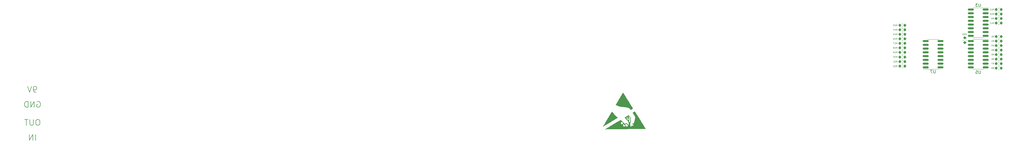
<source format=gbr>
G04 #@! TF.GenerationSoftware,KiCad,Pcbnew,(6.0.6)*
G04 #@! TF.CreationDate,2022-08-14T15:31:57+08:00*
G04 #@! TF.ProjectId,led_scroll,6c65645f-7363-4726-9f6c-6c2e6b696361,rev?*
G04 #@! TF.SameCoordinates,Original*
G04 #@! TF.FileFunction,Legend,Bot*
G04 #@! TF.FilePolarity,Positive*
%FSLAX46Y46*%
G04 Gerber Fmt 4.6, Leading zero omitted, Abs format (unit mm)*
G04 Created by KiCad (PCBNEW (6.0.6)) date 2022-08-14 15:31:57*
%MOMM*%
%LPD*%
G01*
G04 APERTURE LIST*
G04 Aperture macros list*
%AMRoundRect*
0 Rectangle with rounded corners*
0 $1 Rounding radius*
0 $2 $3 $4 $5 $6 $7 $8 $9 X,Y pos of 4 corners*
0 Add a 4 corners polygon primitive as box body*
4,1,4,$2,$3,$4,$5,$6,$7,$8,$9,$2,$3,0*
0 Add four circle primitives for the rounded corners*
1,1,$1+$1,$2,$3*
1,1,$1+$1,$4,$5*
1,1,$1+$1,$6,$7*
1,1,$1+$1,$8,$9*
0 Add four rect primitives between the rounded corners*
20,1,$1+$1,$2,$3,$4,$5,0*
20,1,$1+$1,$4,$5,$6,$7,0*
20,1,$1+$1,$6,$7,$8,$9,0*
20,1,$1+$1,$8,$9,$2,$3,0*%
G04 Aperture macros list end*
%ADD10C,0.150000*%
%ADD11C,0.070000*%
%ADD12C,0.120000*%
%ADD13RoundRect,0.200000X-0.275000X0.200000X-0.275000X-0.200000X0.275000X-0.200000X0.275000X0.200000X0*%
%ADD14RoundRect,0.200000X0.200000X0.275000X-0.200000X0.275000X-0.200000X-0.275000X0.200000X-0.275000X0*%
%ADD15RoundRect,0.200000X-0.200000X-0.275000X0.200000X-0.275000X0.200000X0.275000X-0.200000X0.275000X0*%
%ADD16R,1.500000X1.500000*%
%ADD17C,1.500000*%
%ADD18C,1.560000*%
%ADD19R,1.560000X1.560000*%
%ADD20O,1.700000X1.700000*%
%ADD21R,1.700000X1.700000*%
%ADD22R,2.800000X2.800000*%
%ADD23C,2.800000*%
%ADD24R,2.000000X2.000000*%
%ADD25C,2.000000*%
%ADD26R,3.200000X2.000000*%
%ADD27RoundRect,0.150000X0.825000X0.150000X-0.825000X0.150000X-0.825000X-0.150000X0.825000X-0.150000X0*%
%ADD28RoundRect,0.150000X-0.825000X-0.150000X0.825000X-0.150000X0.825000X0.150000X-0.825000X0.150000X0*%
G04 APERTURE END LIST*
D10*
X67278095Y-217820761D02*
X66897142Y-217820761D01*
X66706666Y-217725523D01*
X66611428Y-217630285D01*
X66420952Y-217344571D01*
X66325714Y-216963619D01*
X66325714Y-216201714D01*
X66420952Y-216011238D01*
X66516190Y-215916000D01*
X66706666Y-215820761D01*
X67087619Y-215820761D01*
X67278095Y-215916000D01*
X67373333Y-216011238D01*
X67468571Y-216201714D01*
X67468571Y-216677904D01*
X67373333Y-216868380D01*
X67278095Y-216963619D01*
X67087619Y-217058857D01*
X66706666Y-217058857D01*
X66516190Y-216963619D01*
X66420952Y-216868380D01*
X66325714Y-216677904D01*
X65754285Y-215820761D02*
X65087619Y-217820761D01*
X64420952Y-215820761D01*
X67087619Y-234076761D02*
X67087619Y-232076761D01*
X66135238Y-234076761D02*
X66135238Y-232076761D01*
X64992380Y-234076761D01*
X64992380Y-232076761D01*
X67563809Y-220996000D02*
X67754285Y-220900761D01*
X68040000Y-220900761D01*
X68325714Y-220996000D01*
X68516190Y-221186476D01*
X68611428Y-221376952D01*
X68706666Y-221757904D01*
X68706666Y-222043619D01*
X68611428Y-222424571D01*
X68516190Y-222615047D01*
X68325714Y-222805523D01*
X68040000Y-222900761D01*
X67849523Y-222900761D01*
X67563809Y-222805523D01*
X67468571Y-222710285D01*
X67468571Y-222043619D01*
X67849523Y-222043619D01*
X66611428Y-222900761D02*
X66611428Y-220900761D01*
X65468571Y-222900761D01*
X65468571Y-220900761D01*
X64516190Y-222900761D02*
X64516190Y-220900761D01*
X64040000Y-220900761D01*
X63754285Y-220996000D01*
X63563809Y-221186476D01*
X63468571Y-221376952D01*
X63373333Y-221757904D01*
X63373333Y-222043619D01*
X63468571Y-222424571D01*
X63563809Y-222615047D01*
X63754285Y-222805523D01*
X64040000Y-222900761D01*
X64516190Y-222900761D01*
X68040000Y-226996761D02*
X67659047Y-226996761D01*
X67468571Y-227092000D01*
X67278095Y-227282476D01*
X67182857Y-227663428D01*
X67182857Y-228330095D01*
X67278095Y-228711047D01*
X67468571Y-228901523D01*
X67659047Y-228996761D01*
X68040000Y-228996761D01*
X68230476Y-228901523D01*
X68420952Y-228711047D01*
X68516190Y-228330095D01*
X68516190Y-227663428D01*
X68420952Y-227282476D01*
X68230476Y-227092000D01*
X68040000Y-226996761D01*
X66325714Y-226996761D02*
X66325714Y-228615809D01*
X66230476Y-228806285D01*
X66135238Y-228901523D01*
X65944761Y-228996761D01*
X65563809Y-228996761D01*
X65373333Y-228901523D01*
X65278095Y-228806285D01*
X65182857Y-228615809D01*
X65182857Y-226996761D01*
X64516190Y-226996761D02*
X63373333Y-226996761D01*
X63944761Y-228996761D02*
X63944761Y-226996761D01*
D11*
X380973428Y-198434190D02*
X381140095Y-198196095D01*
X381259142Y-198434190D02*
X381259142Y-197934190D01*
X381068666Y-197934190D01*
X381021047Y-197958000D01*
X380997238Y-197981809D01*
X380973428Y-198029428D01*
X380973428Y-198100857D01*
X380997238Y-198148476D01*
X381021047Y-198172285D01*
X381068666Y-198196095D01*
X381259142Y-198196095D01*
X380806761Y-197934190D02*
X380497238Y-197934190D01*
X380663904Y-198124666D01*
X380592476Y-198124666D01*
X380544857Y-198148476D01*
X380521047Y-198172285D01*
X380497238Y-198219904D01*
X380497238Y-198338952D01*
X380521047Y-198386571D01*
X380544857Y-198410380D01*
X380592476Y-198434190D01*
X380735333Y-198434190D01*
X380782952Y-198410380D01*
X380806761Y-198386571D01*
X380330571Y-197934190D02*
X380021047Y-197934190D01*
X380187714Y-198124666D01*
X380116285Y-198124666D01*
X380068666Y-198148476D01*
X380044857Y-198172285D01*
X380021047Y-198219904D01*
X380021047Y-198338952D01*
X380044857Y-198386571D01*
X380068666Y-198410380D01*
X380116285Y-198434190D01*
X380259142Y-198434190D01*
X380306761Y-198410380D01*
X380330571Y-198386571D01*
X357605428Y-209229190D02*
X357772095Y-208991095D01*
X357891142Y-209229190D02*
X357891142Y-208729190D01*
X357700666Y-208729190D01*
X357653047Y-208753000D01*
X357629238Y-208776809D01*
X357605428Y-208824428D01*
X357605428Y-208895857D01*
X357629238Y-208943476D01*
X357653047Y-208967285D01*
X357700666Y-208991095D01*
X357891142Y-208991095D01*
X357414952Y-208776809D02*
X357391142Y-208753000D01*
X357343523Y-208729190D01*
X357224476Y-208729190D01*
X357176857Y-208753000D01*
X357153047Y-208776809D01*
X357129238Y-208824428D01*
X357129238Y-208872047D01*
X357153047Y-208943476D01*
X357438761Y-209229190D01*
X357129238Y-209229190D01*
X356938761Y-208776809D02*
X356914952Y-208753000D01*
X356867333Y-208729190D01*
X356748285Y-208729190D01*
X356700666Y-208753000D01*
X356676857Y-208776809D01*
X356653047Y-208824428D01*
X356653047Y-208872047D01*
X356676857Y-208943476D01*
X356962571Y-209229190D01*
X356653047Y-209229190D01*
X357605428Y-207705190D02*
X357772095Y-207467095D01*
X357891142Y-207705190D02*
X357891142Y-207205190D01*
X357700666Y-207205190D01*
X357653047Y-207229000D01*
X357629238Y-207252809D01*
X357605428Y-207300428D01*
X357605428Y-207371857D01*
X357629238Y-207419476D01*
X357653047Y-207443285D01*
X357700666Y-207467095D01*
X357891142Y-207467095D01*
X357414952Y-207252809D02*
X357391142Y-207229000D01*
X357343523Y-207205190D01*
X357224476Y-207205190D01*
X357176857Y-207229000D01*
X357153047Y-207252809D01*
X357129238Y-207300428D01*
X357129238Y-207348047D01*
X357153047Y-207419476D01*
X357438761Y-207705190D01*
X357129238Y-207705190D01*
X356653047Y-207705190D02*
X356938761Y-207705190D01*
X356795904Y-207705190D02*
X356795904Y-207205190D01*
X356843523Y-207276619D01*
X356891142Y-207324238D01*
X356938761Y-207348047D01*
X357605428Y-206054190D02*
X357772095Y-205816095D01*
X357891142Y-206054190D02*
X357891142Y-205554190D01*
X357700666Y-205554190D01*
X357653047Y-205578000D01*
X357629238Y-205601809D01*
X357605428Y-205649428D01*
X357605428Y-205720857D01*
X357629238Y-205768476D01*
X357653047Y-205792285D01*
X357700666Y-205816095D01*
X357891142Y-205816095D01*
X357414952Y-205601809D02*
X357391142Y-205578000D01*
X357343523Y-205554190D01*
X357224476Y-205554190D01*
X357176857Y-205578000D01*
X357153047Y-205601809D01*
X357129238Y-205649428D01*
X357129238Y-205697047D01*
X357153047Y-205768476D01*
X357438761Y-206054190D01*
X357129238Y-206054190D01*
X356819714Y-205554190D02*
X356772095Y-205554190D01*
X356724476Y-205578000D01*
X356700666Y-205601809D01*
X356676857Y-205649428D01*
X356653047Y-205744666D01*
X356653047Y-205863714D01*
X356676857Y-205958952D01*
X356700666Y-206006571D01*
X356724476Y-206030380D01*
X356772095Y-206054190D01*
X356819714Y-206054190D01*
X356867333Y-206030380D01*
X356891142Y-206006571D01*
X356914952Y-205958952D01*
X356938761Y-205863714D01*
X356938761Y-205744666D01*
X356914952Y-205649428D01*
X356891142Y-205601809D01*
X356867333Y-205578000D01*
X356819714Y-205554190D01*
X357605428Y-204530190D02*
X357772095Y-204292095D01*
X357891142Y-204530190D02*
X357891142Y-204030190D01*
X357700666Y-204030190D01*
X357653047Y-204054000D01*
X357629238Y-204077809D01*
X357605428Y-204125428D01*
X357605428Y-204196857D01*
X357629238Y-204244476D01*
X357653047Y-204268285D01*
X357700666Y-204292095D01*
X357891142Y-204292095D01*
X357129238Y-204530190D02*
X357414952Y-204530190D01*
X357272095Y-204530190D02*
X357272095Y-204030190D01*
X357319714Y-204101619D01*
X357367333Y-204149238D01*
X357414952Y-204173047D01*
X356891142Y-204530190D02*
X356795904Y-204530190D01*
X356748285Y-204506380D01*
X356724476Y-204482571D01*
X356676857Y-204411142D01*
X356653047Y-204315904D01*
X356653047Y-204125428D01*
X356676857Y-204077809D01*
X356700666Y-204054000D01*
X356748285Y-204030190D01*
X356843523Y-204030190D01*
X356891142Y-204054000D01*
X356914952Y-204077809D01*
X356938761Y-204125428D01*
X356938761Y-204244476D01*
X356914952Y-204292095D01*
X356891142Y-204315904D01*
X356843523Y-204339714D01*
X356748285Y-204339714D01*
X356700666Y-204315904D01*
X356676857Y-204292095D01*
X356653047Y-204244476D01*
X357605428Y-203006190D02*
X357772095Y-202768095D01*
X357891142Y-203006190D02*
X357891142Y-202506190D01*
X357700666Y-202506190D01*
X357653047Y-202530000D01*
X357629238Y-202553809D01*
X357605428Y-202601428D01*
X357605428Y-202672857D01*
X357629238Y-202720476D01*
X357653047Y-202744285D01*
X357700666Y-202768095D01*
X357891142Y-202768095D01*
X357129238Y-203006190D02*
X357414952Y-203006190D01*
X357272095Y-203006190D02*
X357272095Y-202506190D01*
X357319714Y-202577619D01*
X357367333Y-202625238D01*
X357414952Y-202649047D01*
X356843523Y-202720476D02*
X356891142Y-202696666D01*
X356914952Y-202672857D01*
X356938761Y-202625238D01*
X356938761Y-202601428D01*
X356914952Y-202553809D01*
X356891142Y-202530000D01*
X356843523Y-202506190D01*
X356748285Y-202506190D01*
X356700666Y-202530000D01*
X356676857Y-202553809D01*
X356653047Y-202601428D01*
X356653047Y-202625238D01*
X356676857Y-202672857D01*
X356700666Y-202696666D01*
X356748285Y-202720476D01*
X356843523Y-202720476D01*
X356891142Y-202744285D01*
X356914952Y-202768095D01*
X356938761Y-202815714D01*
X356938761Y-202910952D01*
X356914952Y-202958571D01*
X356891142Y-202982380D01*
X356843523Y-203006190D01*
X356748285Y-203006190D01*
X356700666Y-202982380D01*
X356676857Y-202958571D01*
X356653047Y-202910952D01*
X356653047Y-202815714D01*
X356676857Y-202768095D01*
X356700666Y-202744285D01*
X356748285Y-202720476D01*
X357605428Y-201482190D02*
X357772095Y-201244095D01*
X357891142Y-201482190D02*
X357891142Y-200982190D01*
X357700666Y-200982190D01*
X357653047Y-201006000D01*
X357629238Y-201029809D01*
X357605428Y-201077428D01*
X357605428Y-201148857D01*
X357629238Y-201196476D01*
X357653047Y-201220285D01*
X357700666Y-201244095D01*
X357891142Y-201244095D01*
X357129238Y-201482190D02*
X357414952Y-201482190D01*
X357272095Y-201482190D02*
X357272095Y-200982190D01*
X357319714Y-201053619D01*
X357367333Y-201101238D01*
X357414952Y-201125047D01*
X356962571Y-200982190D02*
X356629238Y-200982190D01*
X356843523Y-201482190D01*
X357605428Y-199958190D02*
X357772095Y-199720095D01*
X357891142Y-199958190D02*
X357891142Y-199458190D01*
X357700666Y-199458190D01*
X357653047Y-199482000D01*
X357629238Y-199505809D01*
X357605428Y-199553428D01*
X357605428Y-199624857D01*
X357629238Y-199672476D01*
X357653047Y-199696285D01*
X357700666Y-199720095D01*
X357891142Y-199720095D01*
X357129238Y-199958190D02*
X357414952Y-199958190D01*
X357272095Y-199958190D02*
X357272095Y-199458190D01*
X357319714Y-199529619D01*
X357367333Y-199577238D01*
X357414952Y-199601047D01*
X356700666Y-199458190D02*
X356795904Y-199458190D01*
X356843523Y-199482000D01*
X356867333Y-199505809D01*
X356914952Y-199577238D01*
X356938761Y-199672476D01*
X356938761Y-199862952D01*
X356914952Y-199910571D01*
X356891142Y-199934380D01*
X356843523Y-199958190D01*
X356748285Y-199958190D01*
X356700666Y-199934380D01*
X356676857Y-199910571D01*
X356653047Y-199862952D01*
X356653047Y-199743904D01*
X356676857Y-199696285D01*
X356700666Y-199672476D01*
X356748285Y-199648666D01*
X356843523Y-199648666D01*
X356891142Y-199672476D01*
X356914952Y-199696285D01*
X356938761Y-199743904D01*
X357605428Y-198434190D02*
X357772095Y-198196095D01*
X357891142Y-198434190D02*
X357891142Y-197934190D01*
X357700666Y-197934190D01*
X357653047Y-197958000D01*
X357629238Y-197981809D01*
X357605428Y-198029428D01*
X357605428Y-198100857D01*
X357629238Y-198148476D01*
X357653047Y-198172285D01*
X357700666Y-198196095D01*
X357891142Y-198196095D01*
X357129238Y-198434190D02*
X357414952Y-198434190D01*
X357272095Y-198434190D02*
X357272095Y-197934190D01*
X357319714Y-198005619D01*
X357367333Y-198053238D01*
X357414952Y-198077047D01*
X356676857Y-197934190D02*
X356914952Y-197934190D01*
X356938761Y-198172285D01*
X356914952Y-198148476D01*
X356867333Y-198124666D01*
X356748285Y-198124666D01*
X356700666Y-198148476D01*
X356676857Y-198172285D01*
X356653047Y-198219904D01*
X356653047Y-198338952D01*
X356676857Y-198386571D01*
X356700666Y-198410380D01*
X356748285Y-198434190D01*
X356867333Y-198434190D01*
X356914952Y-198410380D01*
X356938761Y-198386571D01*
X357605428Y-196910190D02*
X357772095Y-196672095D01*
X357891142Y-196910190D02*
X357891142Y-196410190D01*
X357700666Y-196410190D01*
X357653047Y-196434000D01*
X357629238Y-196457809D01*
X357605428Y-196505428D01*
X357605428Y-196576857D01*
X357629238Y-196624476D01*
X357653047Y-196648285D01*
X357700666Y-196672095D01*
X357891142Y-196672095D01*
X357129238Y-196910190D02*
X357414952Y-196910190D01*
X357272095Y-196910190D02*
X357272095Y-196410190D01*
X357319714Y-196481619D01*
X357367333Y-196529238D01*
X357414952Y-196553047D01*
X356700666Y-196576857D02*
X356700666Y-196910190D01*
X356819714Y-196386380D02*
X356938761Y-196743523D01*
X356629238Y-196743523D01*
X357605428Y-195386190D02*
X357772095Y-195148095D01*
X357891142Y-195386190D02*
X357891142Y-194886190D01*
X357700666Y-194886190D01*
X357653047Y-194910000D01*
X357629238Y-194933809D01*
X357605428Y-194981428D01*
X357605428Y-195052857D01*
X357629238Y-195100476D01*
X357653047Y-195124285D01*
X357700666Y-195148095D01*
X357891142Y-195148095D01*
X357129238Y-195386190D02*
X357414952Y-195386190D01*
X357272095Y-195386190D02*
X357272095Y-194886190D01*
X357319714Y-194957619D01*
X357367333Y-195005238D01*
X357414952Y-195029047D01*
X356962571Y-194886190D02*
X356653047Y-194886190D01*
X356819714Y-195076666D01*
X356748285Y-195076666D01*
X356700666Y-195100476D01*
X356676857Y-195124285D01*
X356653047Y-195171904D01*
X356653047Y-195290952D01*
X356676857Y-195338571D01*
X356700666Y-195362380D01*
X356748285Y-195386190D01*
X356891142Y-195386190D01*
X356938761Y-195362380D01*
X356962571Y-195338571D01*
X390244428Y-194624190D02*
X390411095Y-194386095D01*
X390530142Y-194624190D02*
X390530142Y-194124190D01*
X390339666Y-194124190D01*
X390292047Y-194148000D01*
X390268238Y-194171809D01*
X390244428Y-194219428D01*
X390244428Y-194290857D01*
X390268238Y-194338476D01*
X390292047Y-194362285D01*
X390339666Y-194386095D01*
X390530142Y-194386095D01*
X389768238Y-194624190D02*
X390053952Y-194624190D01*
X389911095Y-194624190D02*
X389911095Y-194124190D01*
X389958714Y-194195619D01*
X390006333Y-194243238D01*
X390053952Y-194267047D01*
X389577761Y-194171809D02*
X389553952Y-194148000D01*
X389506333Y-194124190D01*
X389387285Y-194124190D01*
X389339666Y-194148000D01*
X389315857Y-194171809D01*
X389292047Y-194219428D01*
X389292047Y-194267047D01*
X389315857Y-194338476D01*
X389601571Y-194624190D01*
X389292047Y-194624190D01*
X390244428Y-190052190D02*
X390411095Y-189814095D01*
X390530142Y-190052190D02*
X390530142Y-189552190D01*
X390339666Y-189552190D01*
X390292047Y-189576000D01*
X390268238Y-189599809D01*
X390244428Y-189647428D01*
X390244428Y-189718857D01*
X390268238Y-189766476D01*
X390292047Y-189790285D01*
X390339666Y-189814095D01*
X390530142Y-189814095D01*
X389768238Y-190052190D02*
X390053952Y-190052190D01*
X389911095Y-190052190D02*
X389911095Y-189552190D01*
X389958714Y-189623619D01*
X390006333Y-189671238D01*
X390053952Y-189695047D01*
X389292047Y-190052190D02*
X389577761Y-190052190D01*
X389434904Y-190052190D02*
X389434904Y-189552190D01*
X389482523Y-189623619D01*
X389530142Y-189671238D01*
X389577761Y-189695047D01*
X390244428Y-191576190D02*
X390411095Y-191338095D01*
X390530142Y-191576190D02*
X390530142Y-191076190D01*
X390339666Y-191076190D01*
X390292047Y-191100000D01*
X390268238Y-191123809D01*
X390244428Y-191171428D01*
X390244428Y-191242857D01*
X390268238Y-191290476D01*
X390292047Y-191314285D01*
X390339666Y-191338095D01*
X390530142Y-191338095D01*
X389768238Y-191576190D02*
X390053952Y-191576190D01*
X389911095Y-191576190D02*
X389911095Y-191076190D01*
X389958714Y-191147619D01*
X390006333Y-191195238D01*
X390053952Y-191219047D01*
X389458714Y-191076190D02*
X389411095Y-191076190D01*
X389363476Y-191100000D01*
X389339666Y-191123809D01*
X389315857Y-191171428D01*
X389292047Y-191266666D01*
X389292047Y-191385714D01*
X389315857Y-191480952D01*
X389339666Y-191528571D01*
X389363476Y-191552380D01*
X389411095Y-191576190D01*
X389458714Y-191576190D01*
X389506333Y-191552380D01*
X389530142Y-191528571D01*
X389553952Y-191480952D01*
X389577761Y-191385714D01*
X389577761Y-191266666D01*
X389553952Y-191171428D01*
X389530142Y-191123809D01*
X389506333Y-191100000D01*
X389458714Y-191076190D01*
X390260333Y-193100190D02*
X390427000Y-192862095D01*
X390546047Y-193100190D02*
X390546047Y-192600190D01*
X390355571Y-192600190D01*
X390307952Y-192624000D01*
X390284142Y-192647809D01*
X390260333Y-192695428D01*
X390260333Y-192766857D01*
X390284142Y-192814476D01*
X390307952Y-192838285D01*
X390355571Y-192862095D01*
X390546047Y-192862095D01*
X390022238Y-193100190D02*
X389927000Y-193100190D01*
X389879380Y-193076380D01*
X389855571Y-193052571D01*
X389807952Y-192981142D01*
X389784142Y-192885904D01*
X389784142Y-192695428D01*
X389807952Y-192647809D01*
X389831761Y-192624000D01*
X389879380Y-192600190D01*
X389974619Y-192600190D01*
X390022238Y-192624000D01*
X390046047Y-192647809D01*
X390069857Y-192695428D01*
X390069857Y-192814476D01*
X390046047Y-192862095D01*
X390022238Y-192885904D01*
X389974619Y-192909714D01*
X389879380Y-192909714D01*
X389831761Y-192885904D01*
X389807952Y-192862095D01*
X389784142Y-192814476D01*
X390260333Y-209864190D02*
X390427000Y-209626095D01*
X390546047Y-209864190D02*
X390546047Y-209364190D01*
X390355571Y-209364190D01*
X390307952Y-209388000D01*
X390284142Y-209411809D01*
X390260333Y-209459428D01*
X390260333Y-209530857D01*
X390284142Y-209578476D01*
X390307952Y-209602285D01*
X390355571Y-209626095D01*
X390546047Y-209626095D01*
X389974619Y-209578476D02*
X390022238Y-209554666D01*
X390046047Y-209530857D01*
X390069857Y-209483238D01*
X390069857Y-209459428D01*
X390046047Y-209411809D01*
X390022238Y-209388000D01*
X389974619Y-209364190D01*
X389879380Y-209364190D01*
X389831761Y-209388000D01*
X389807952Y-209411809D01*
X389784142Y-209459428D01*
X389784142Y-209483238D01*
X389807952Y-209530857D01*
X389831761Y-209554666D01*
X389879380Y-209578476D01*
X389974619Y-209578476D01*
X390022238Y-209602285D01*
X390046047Y-209626095D01*
X390069857Y-209673714D01*
X390069857Y-209768952D01*
X390046047Y-209816571D01*
X390022238Y-209840380D01*
X389974619Y-209864190D01*
X389879380Y-209864190D01*
X389831761Y-209840380D01*
X389807952Y-209816571D01*
X389784142Y-209768952D01*
X389784142Y-209673714D01*
X389807952Y-209626095D01*
X389831761Y-209602285D01*
X389879380Y-209578476D01*
X390260333Y-208340190D02*
X390427000Y-208102095D01*
X390546047Y-208340190D02*
X390546047Y-207840190D01*
X390355571Y-207840190D01*
X390307952Y-207864000D01*
X390284142Y-207887809D01*
X390260333Y-207935428D01*
X390260333Y-208006857D01*
X390284142Y-208054476D01*
X390307952Y-208078285D01*
X390355571Y-208102095D01*
X390546047Y-208102095D01*
X390093666Y-207840190D02*
X389760333Y-207840190D01*
X389974619Y-208340190D01*
X390260333Y-206816190D02*
X390427000Y-206578095D01*
X390546047Y-206816190D02*
X390546047Y-206316190D01*
X390355571Y-206316190D01*
X390307952Y-206340000D01*
X390284142Y-206363809D01*
X390260333Y-206411428D01*
X390260333Y-206482857D01*
X390284142Y-206530476D01*
X390307952Y-206554285D01*
X390355571Y-206578095D01*
X390546047Y-206578095D01*
X389831761Y-206316190D02*
X389927000Y-206316190D01*
X389974619Y-206340000D01*
X389998428Y-206363809D01*
X390046047Y-206435238D01*
X390069857Y-206530476D01*
X390069857Y-206720952D01*
X390046047Y-206768571D01*
X390022238Y-206792380D01*
X389974619Y-206816190D01*
X389879380Y-206816190D01*
X389831761Y-206792380D01*
X389807952Y-206768571D01*
X389784142Y-206720952D01*
X389784142Y-206601904D01*
X389807952Y-206554285D01*
X389831761Y-206530476D01*
X389879380Y-206506666D01*
X389974619Y-206506666D01*
X390022238Y-206530476D01*
X390046047Y-206554285D01*
X390069857Y-206601904D01*
X390260333Y-205292190D02*
X390427000Y-205054095D01*
X390546047Y-205292190D02*
X390546047Y-204792190D01*
X390355571Y-204792190D01*
X390307952Y-204816000D01*
X390284142Y-204839809D01*
X390260333Y-204887428D01*
X390260333Y-204958857D01*
X390284142Y-205006476D01*
X390307952Y-205030285D01*
X390355571Y-205054095D01*
X390546047Y-205054095D01*
X389807952Y-204792190D02*
X390046047Y-204792190D01*
X390069857Y-205030285D01*
X390046047Y-205006476D01*
X389998428Y-204982666D01*
X389879380Y-204982666D01*
X389831761Y-205006476D01*
X389807952Y-205030285D01*
X389784142Y-205077904D01*
X389784142Y-205196952D01*
X389807952Y-205244571D01*
X389831761Y-205268380D01*
X389879380Y-205292190D01*
X389998428Y-205292190D01*
X390046047Y-205268380D01*
X390069857Y-205244571D01*
X390260333Y-203768190D02*
X390427000Y-203530095D01*
X390546047Y-203768190D02*
X390546047Y-203268190D01*
X390355571Y-203268190D01*
X390307952Y-203292000D01*
X390284142Y-203315809D01*
X390260333Y-203363428D01*
X390260333Y-203434857D01*
X390284142Y-203482476D01*
X390307952Y-203506285D01*
X390355571Y-203530095D01*
X390546047Y-203530095D01*
X389831761Y-203434857D02*
X389831761Y-203768190D01*
X389950809Y-203244380D02*
X390069857Y-203601523D01*
X389760333Y-203601523D01*
X390260333Y-202244190D02*
X390427000Y-202006095D01*
X390546047Y-202244190D02*
X390546047Y-201744190D01*
X390355571Y-201744190D01*
X390307952Y-201768000D01*
X390284142Y-201791809D01*
X390260333Y-201839428D01*
X390260333Y-201910857D01*
X390284142Y-201958476D01*
X390307952Y-201982285D01*
X390355571Y-202006095D01*
X390546047Y-202006095D01*
X390093666Y-201744190D02*
X389784142Y-201744190D01*
X389950809Y-201934666D01*
X389879380Y-201934666D01*
X389831761Y-201958476D01*
X389807952Y-201982285D01*
X389784142Y-202029904D01*
X389784142Y-202148952D01*
X389807952Y-202196571D01*
X389831761Y-202220380D01*
X389879380Y-202244190D01*
X390022238Y-202244190D01*
X390069857Y-202220380D01*
X390093666Y-202196571D01*
X390260333Y-200720190D02*
X390427000Y-200482095D01*
X390546047Y-200720190D02*
X390546047Y-200220190D01*
X390355571Y-200220190D01*
X390307952Y-200244000D01*
X390284142Y-200267809D01*
X390260333Y-200315428D01*
X390260333Y-200386857D01*
X390284142Y-200434476D01*
X390307952Y-200458285D01*
X390355571Y-200482095D01*
X390546047Y-200482095D01*
X390069857Y-200267809D02*
X390046047Y-200244000D01*
X389998428Y-200220190D01*
X389879380Y-200220190D01*
X389831761Y-200244000D01*
X389807952Y-200267809D01*
X389784142Y-200315428D01*
X389784142Y-200363047D01*
X389807952Y-200434476D01*
X390093666Y-200720190D01*
X389784142Y-200720190D01*
X390260333Y-199196190D02*
X390427000Y-198958095D01*
X390546047Y-199196190D02*
X390546047Y-198696190D01*
X390355571Y-198696190D01*
X390307952Y-198720000D01*
X390284142Y-198743809D01*
X390260333Y-198791428D01*
X390260333Y-198862857D01*
X390284142Y-198910476D01*
X390307952Y-198934285D01*
X390355571Y-198958095D01*
X390546047Y-198958095D01*
X389784142Y-199196190D02*
X390069857Y-199196190D01*
X389927000Y-199196190D02*
X389927000Y-198696190D01*
X389974619Y-198767619D01*
X390022238Y-198815238D01*
X390069857Y-198839047D01*
D10*
X386079904Y-210526380D02*
X386079904Y-211335904D01*
X386032285Y-211431142D01*
X385984666Y-211478761D01*
X385889428Y-211526380D01*
X385698952Y-211526380D01*
X385603714Y-211478761D01*
X385556095Y-211431142D01*
X385508476Y-211335904D01*
X385508476Y-210526380D01*
X384556095Y-210526380D02*
X385032285Y-210526380D01*
X385079904Y-211002571D01*
X385032285Y-210954952D01*
X384937047Y-210907333D01*
X384698952Y-210907333D01*
X384603714Y-210954952D01*
X384556095Y-211002571D01*
X384508476Y-211097809D01*
X384508476Y-211335904D01*
X384556095Y-211431142D01*
X384603714Y-211478761D01*
X384698952Y-211526380D01*
X384937047Y-211526380D01*
X385032285Y-211478761D01*
X385079904Y-211431142D01*
X370839904Y-210330380D02*
X370839904Y-211139904D01*
X370792285Y-211235142D01*
X370744666Y-211282761D01*
X370649428Y-211330380D01*
X370458952Y-211330380D01*
X370363714Y-211282761D01*
X370316095Y-211235142D01*
X370268476Y-211139904D01*
X370268476Y-210330380D01*
X369887523Y-210330380D02*
X369220857Y-210330380D01*
X369649428Y-211330380D01*
X386079904Y-187862380D02*
X386079904Y-188671904D01*
X386032285Y-188767142D01*
X385984666Y-188814761D01*
X385889428Y-188862380D01*
X385698952Y-188862380D01*
X385603714Y-188814761D01*
X385556095Y-188767142D01*
X385508476Y-188671904D01*
X385508476Y-187862380D01*
X385127523Y-187862380D02*
X384508476Y-187862380D01*
X384841809Y-188243333D01*
X384698952Y-188243333D01*
X384603714Y-188290952D01*
X384556095Y-188338571D01*
X384508476Y-188433809D01*
X384508476Y-188671904D01*
X384556095Y-188767142D01*
X384603714Y-188814761D01*
X384698952Y-188862380D01*
X384984666Y-188862380D01*
X385079904Y-188814761D01*
X385127523Y-188767142D01*
D12*
X380223500Y-199975742D02*
X380223500Y-200450258D01*
X381268500Y-199975742D02*
X381268500Y-200450258D01*
X359934258Y-209486500D02*
X359459742Y-209486500D01*
X359934258Y-208441500D02*
X359459742Y-208441500D01*
X359934258Y-207952716D02*
X359459742Y-207952716D01*
X359934258Y-206907716D02*
X359459742Y-206907716D01*
X359934258Y-206418939D02*
X359459742Y-206418939D01*
X359934258Y-205373939D02*
X359459742Y-205373939D01*
X359934258Y-204885162D02*
X359459742Y-204885162D01*
X359934258Y-203840162D02*
X359459742Y-203840162D01*
X359934258Y-203351385D02*
X359459742Y-203351385D01*
X359934258Y-202306385D02*
X359459742Y-202306385D01*
X359934258Y-201817608D02*
X359459742Y-201817608D01*
X359934258Y-200772608D02*
X359459742Y-200772608D01*
X359934258Y-200283831D02*
X359459742Y-200283831D01*
X359934258Y-199238831D02*
X359459742Y-199238831D01*
X359934258Y-198750054D02*
X359459742Y-198750054D01*
X359934258Y-197705054D02*
X359459742Y-197705054D01*
X359934258Y-197216277D02*
X359459742Y-197216277D01*
X359934258Y-196171277D02*
X359459742Y-196171277D01*
X359934258Y-195682500D02*
X359459742Y-195682500D01*
X359934258Y-194637500D02*
X359459742Y-194637500D01*
X392446258Y-194920500D02*
X391971742Y-194920500D01*
X392446258Y-193875500D02*
X391971742Y-193875500D01*
X392446258Y-190348500D02*
X391971742Y-190348500D01*
X392446258Y-189303500D02*
X391971742Y-189303500D01*
X392446258Y-191872500D02*
X391971742Y-191872500D01*
X392446258Y-190827500D02*
X391971742Y-190827500D01*
X392446258Y-193396500D02*
X391971742Y-193396500D01*
X392446258Y-192351500D02*
X391971742Y-192351500D01*
X391971742Y-209115500D02*
X392446258Y-209115500D01*
X391971742Y-210160500D02*
X392446258Y-210160500D01*
X391971742Y-207591500D02*
X392446258Y-207591500D01*
X391971742Y-208636500D02*
X392446258Y-208636500D01*
X391971742Y-206067500D02*
X392446258Y-206067500D01*
X391971742Y-207112500D02*
X392446258Y-207112500D01*
X391971742Y-204543500D02*
X392446258Y-204543500D01*
X391971742Y-205588500D02*
X392446258Y-205588500D01*
X391971742Y-203019500D02*
X392446258Y-203019500D01*
X391971742Y-204064500D02*
X392446258Y-204064500D01*
X391971742Y-201495500D02*
X392446258Y-201495500D01*
X391971742Y-202540500D02*
X392446258Y-202540500D01*
X391971742Y-199971500D02*
X392446258Y-199971500D01*
X391971742Y-201016500D02*
X392446258Y-201016500D01*
X391971742Y-198447500D02*
X392446258Y-198447500D01*
X391971742Y-199492500D02*
X392446258Y-199492500D01*
G36*
X269178974Y-223947619D02*
G01*
X269198917Y-223967834D01*
X269202860Y-223975328D01*
X269201416Y-223989000D01*
X269197694Y-223988048D01*
X269177750Y-223967834D01*
X269173808Y-223960339D01*
X269175252Y-223946667D01*
X269178974Y-223947619D01*
G37*
G36*
X262669000Y-222581417D02*
G01*
X262658417Y-222592000D01*
X262647834Y-222581417D01*
X262658417Y-222570834D01*
X262669000Y-222581417D01*
G37*
G36*
X261644438Y-224324396D02*
G01*
X261637904Y-224333799D01*
X261620001Y-224348834D01*
X261617042Y-224348627D01*
X261612381Y-224336375D01*
X261635104Y-224315062D01*
X261646933Y-224309912D01*
X261644438Y-224324396D01*
G37*
G36*
X262838334Y-222285084D02*
G01*
X262827750Y-222295667D01*
X262817167Y-222285084D01*
X262827750Y-222274500D01*
X262838334Y-222285084D01*
G37*
G36*
X265424428Y-217893296D02*
G01*
X265426679Y-217899303D01*
X265429811Y-217904986D01*
X265452306Y-217942463D01*
X265495277Y-218012765D01*
X265557417Y-218113786D01*
X265637422Y-218243423D01*
X265733987Y-218399569D01*
X265845808Y-218580119D01*
X265971578Y-218782969D01*
X266109994Y-219006013D01*
X266259750Y-219247145D01*
X266419542Y-219504262D01*
X266588063Y-219775257D01*
X266764011Y-220058025D01*
X266946079Y-220350462D01*
X267021812Y-220472071D01*
X267203217Y-220763385D01*
X267378813Y-221045398D01*
X267547218Y-221315889D01*
X267707053Y-221572640D01*
X267856936Y-221813432D01*
X267995486Y-222036046D01*
X268121321Y-222238261D01*
X268233061Y-222417859D01*
X268329324Y-222572621D01*
X268408730Y-222700326D01*
X268469898Y-222798757D01*
X268511446Y-222865694D01*
X268531993Y-222898917D01*
X268548001Y-222924949D01*
X268601422Y-223011331D01*
X268663071Y-223110520D01*
X268722589Y-223205834D01*
X268756655Y-223261554D01*
X268789514Y-223319321D01*
X268805711Y-223353591D01*
X268802098Y-223358328D01*
X268794564Y-223353765D01*
X268774369Y-223351914D01*
X268742477Y-223361026D01*
X268694084Y-223383449D01*
X268624383Y-223421536D01*
X268528569Y-223477635D01*
X268401837Y-223554098D01*
X268376590Y-223569429D01*
X268267081Y-223635469D01*
X268171181Y-223692574D01*
X268094511Y-223737448D01*
X268042692Y-223766794D01*
X268021344Y-223777312D01*
X268010244Y-223767908D01*
X267978281Y-223730428D01*
X267931868Y-223670991D01*
X267876725Y-223596737D01*
X267854830Y-223567283D01*
X267741508Y-223432648D01*
X267620668Y-223314686D01*
X267500493Y-223220759D01*
X267389167Y-223158226D01*
X267367385Y-223148900D01*
X267284340Y-223112803D01*
X267209250Y-223079503D01*
X267160454Y-223060973D01*
X267050339Y-223030578D01*
X266902294Y-222999206D01*
X266718998Y-222967222D01*
X266503133Y-222934991D01*
X266257379Y-222902876D01*
X265984417Y-222871243D01*
X265686926Y-222840456D01*
X265367589Y-222810880D01*
X265029084Y-222782880D01*
X264917995Y-222773769D01*
X264751720Y-222757418D01*
X264604595Y-222737944D01*
X264469540Y-222713277D01*
X264339477Y-222681346D01*
X264207330Y-222640080D01*
X264066019Y-222587407D01*
X263908466Y-222521257D01*
X263727595Y-222439559D01*
X263516326Y-222340241D01*
X262947331Y-222069658D01*
X263424733Y-221256621D01*
X263449038Y-221215227D01*
X263559209Y-221027572D01*
X263685552Y-220812338D01*
X263823864Y-220576689D01*
X263969941Y-220327788D01*
X264119580Y-220072797D01*
X264268576Y-219818880D01*
X264412726Y-219573198D01*
X264547826Y-219342917D01*
X264699738Y-219083960D01*
X264836716Y-218850511D01*
X264955006Y-218649055D01*
X265056002Y-218477304D01*
X265141099Y-218332965D01*
X265211691Y-218213748D01*
X265269174Y-218117363D01*
X265314941Y-218041517D01*
X265350387Y-217983921D01*
X265376907Y-217942284D01*
X265395895Y-217914314D01*
X265408747Y-217897722D01*
X265416857Y-217890215D01*
X265421619Y-217889503D01*
X265424428Y-217893296D01*
G37*
G36*
X262118667Y-223512750D02*
G01*
X262108084Y-223523334D01*
X262097500Y-223512750D01*
X262108084Y-223502167D01*
X262118667Y-223512750D01*
G37*
G36*
X269115474Y-223841786D02*
G01*
X269135417Y-223862000D01*
X269139360Y-223869494D01*
X269137916Y-223883167D01*
X269134194Y-223882214D01*
X269114250Y-223862000D01*
X269110308Y-223854506D01*
X269111752Y-223840834D01*
X269115474Y-223841786D01*
G37*
G36*
X267950331Y-229314586D02*
G01*
X267986224Y-229387564D01*
X268019499Y-229429271D01*
X268055136Y-229445323D01*
X268098120Y-229441341D01*
X268112996Y-229434636D01*
X268133346Y-229416294D01*
X268158582Y-229383050D01*
X268190952Y-229331032D01*
X268232702Y-229256367D01*
X268286079Y-229155182D01*
X268353332Y-229023602D01*
X268387852Y-228954936D01*
X268496498Y-228954936D01*
X268501598Y-229040987D01*
X268511874Y-229107576D01*
X268528622Y-229171361D01*
X268546843Y-229207652D01*
X268556506Y-229216863D01*
X268581193Y-229231574D01*
X268616193Y-229233054D01*
X268676970Y-229223143D01*
X268696940Y-229213942D01*
X268737366Y-229168925D01*
X268778117Y-229095402D01*
X268816206Y-229002271D01*
X268848644Y-228898435D01*
X268872446Y-228792793D01*
X268884624Y-228694245D01*
X268882190Y-228611692D01*
X268871934Y-228558005D01*
X268846431Y-228491831D01*
X268811146Y-228465499D01*
X268765107Y-228479066D01*
X268707348Y-228532588D01*
X268636899Y-228626122D01*
X268572701Y-228725077D01*
X268528371Y-228808261D01*
X268504196Y-228881120D01*
X268496498Y-228954936D01*
X268387852Y-228954936D01*
X268436706Y-228857756D01*
X268721956Y-228287557D01*
X268894835Y-228281404D01*
X269067713Y-228275250D01*
X269117803Y-228095334D01*
X269183744Y-227854050D01*
X269260800Y-227558758D01*
X269327990Y-227285135D01*
X269384657Y-227036238D01*
X269430143Y-226815126D01*
X269463791Y-226624858D01*
X269484945Y-226468491D01*
X269492948Y-226349084D01*
X269493111Y-226260023D01*
X269488476Y-226191833D01*
X269475186Y-226134375D01*
X269449455Y-226071637D01*
X269407498Y-225987607D01*
X269397918Y-225969116D01*
X269323883Y-225833837D01*
X269227334Y-225667873D01*
X269110184Y-225474392D01*
X268974348Y-225256565D01*
X268821739Y-225017560D01*
X268771350Y-224939232D01*
X268716051Y-224851626D01*
X268679658Y-224790057D01*
X268659611Y-224748987D01*
X268653351Y-224722873D01*
X268658317Y-224706178D01*
X268671951Y-224693360D01*
X268693629Y-224678809D01*
X268748323Y-224644174D01*
X268827103Y-224595357D01*
X268923136Y-224536588D01*
X269029584Y-224472097D01*
X269117067Y-224418921D01*
X269210597Y-224360995D01*
X269286078Y-224313037D01*
X269337399Y-224278939D01*
X269358450Y-224262594D01*
X269360149Y-224262666D01*
X269379431Y-224284600D01*
X269417192Y-224337132D01*
X269470574Y-224415982D01*
X269536716Y-224516869D01*
X269612758Y-224635512D01*
X269695842Y-224767630D01*
X269696238Y-224768267D01*
X269766779Y-224881468D01*
X269856599Y-225025631D01*
X269962620Y-225195815D01*
X270081763Y-225387079D01*
X270210953Y-225594483D01*
X270347110Y-225813084D01*
X270487157Y-226037943D01*
X270628016Y-226264117D01*
X270766610Y-226486667D01*
X270853718Y-226626545D01*
X271017950Y-226890271D01*
X271196566Y-227177093D01*
X271384513Y-227478899D01*
X271576740Y-227787578D01*
X271768197Y-228095020D01*
X271953833Y-228393113D01*
X272128596Y-228673747D01*
X272141361Y-228694245D01*
X272287436Y-228928810D01*
X272375489Y-229070327D01*
X272500450Y-229271598D01*
X272617240Y-229460223D01*
X272724076Y-229633295D01*
X272819176Y-229787906D01*
X272900757Y-229921150D01*
X272967037Y-230030120D01*
X273016231Y-230111910D01*
X273046559Y-230163612D01*
X273056236Y-230182320D01*
X273056228Y-230182329D01*
X273044557Y-230184481D01*
X273013088Y-230186720D01*
X272960567Y-230189064D01*
X272885743Y-230191534D01*
X272787365Y-230194149D01*
X272664180Y-230196927D01*
X272514936Y-230199888D01*
X272338383Y-230203051D01*
X272133268Y-230206437D01*
X271898339Y-230210063D01*
X271632346Y-230213950D01*
X271334035Y-230218117D01*
X271002155Y-230222583D01*
X270635455Y-230227367D01*
X270232682Y-230232489D01*
X269792586Y-230237968D01*
X269313913Y-230243823D01*
X268795413Y-230250074D01*
X268235834Y-230256740D01*
X268088531Y-230258489D01*
X267658080Y-230263638D01*
X267218615Y-230268947D01*
X266774086Y-230274365D01*
X266328442Y-230279844D01*
X265885632Y-230285332D01*
X265449607Y-230290781D01*
X265024315Y-230296141D01*
X264613706Y-230301361D01*
X264221731Y-230306391D01*
X263852338Y-230311182D01*
X263509477Y-230315683D01*
X263197098Y-230319846D01*
X262919151Y-230323619D01*
X262679584Y-230326953D01*
X262518616Y-230329204D01*
X262215036Y-230333315D01*
X261911031Y-230337269D01*
X261611351Y-230341014D01*
X261320749Y-230344494D01*
X261043972Y-230347657D01*
X260785773Y-230350449D01*
X260550901Y-230352815D01*
X260344106Y-230354704D01*
X260170139Y-230356060D01*
X260033750Y-230356831D01*
X259292917Y-230359766D01*
X259388167Y-230302967D01*
X259405853Y-230292341D01*
X259459978Y-230259704D01*
X259546623Y-230207398D01*
X259663640Y-230136721D01*
X259808882Y-230048971D01*
X259980202Y-229945446D01*
X260175452Y-229827444D01*
X260392486Y-229696262D01*
X260629156Y-229553199D01*
X260883314Y-229399552D01*
X261152813Y-229236619D01*
X261435506Y-229065698D01*
X261644548Y-228939300D01*
X265463000Y-228939300D01*
X265463005Y-228959804D01*
X265463553Y-229071076D01*
X265465952Y-229150106D01*
X265471533Y-229205643D01*
X265481623Y-229246433D01*
X265497551Y-229281224D01*
X265520647Y-229318763D01*
X265578293Y-229407667D01*
X265727022Y-229407202D01*
X265782696Y-229405601D01*
X265909902Y-229387189D01*
X266001984Y-229348649D01*
X266057957Y-229290526D01*
X266076834Y-229213367D01*
X266072903Y-229190637D01*
X266049562Y-229129117D01*
X266009723Y-229047246D01*
X265958583Y-228953933D01*
X265901337Y-228858085D01*
X265843182Y-228768609D01*
X265826729Y-228745947D01*
X266164274Y-228745947D01*
X266164819Y-228848906D01*
X266186676Y-228962890D01*
X266228778Y-229081092D01*
X266290055Y-229196708D01*
X266302505Y-229213367D01*
X266369439Y-229302928D01*
X266386892Y-229322185D01*
X266438098Y-229369111D01*
X266490878Y-229394631D01*
X266564729Y-229409374D01*
X266619395Y-229415911D01*
X266710325Y-229422974D01*
X266801813Y-229426527D01*
X266883186Y-229426429D01*
X266943770Y-229422541D01*
X266972889Y-229414722D01*
X266976461Y-229404537D01*
X266981881Y-229358988D01*
X266985612Y-229286822D01*
X266987000Y-229198068D01*
X266986733Y-229146530D01*
X266983472Y-229060661D01*
X266974501Y-228997035D01*
X266957336Y-228941988D01*
X266929490Y-228881857D01*
X266892453Y-228813836D01*
X266804171Y-228689721D01*
X266708539Y-228605732D01*
X266604256Y-228560582D01*
X266493897Y-228544670D01*
X266366158Y-228551240D01*
X266256622Y-228584414D01*
X266231398Y-228600333D01*
X266186111Y-228660821D01*
X266164274Y-228745947D01*
X265826729Y-228745947D01*
X265789315Y-228694413D01*
X265744930Y-228644405D01*
X265684397Y-228594203D01*
X265627139Y-228566449D01*
X265575228Y-228570581D01*
X265518772Y-228604870D01*
X265509605Y-228612156D01*
X265490082Y-228630546D01*
X265476951Y-228653251D01*
X265468946Y-228687875D01*
X265464797Y-228742023D01*
X265463238Y-228823296D01*
X265463000Y-228939300D01*
X261644548Y-228939300D01*
X261729246Y-228888087D01*
X262031885Y-228705084D01*
X262265072Y-228564130D01*
X262558815Y-228386738D01*
X262841163Y-228216409D01*
X262845858Y-228213580D01*
X264737989Y-228213580D01*
X264739742Y-228344353D01*
X264740260Y-228364635D01*
X264744464Y-228440054D01*
X264754841Y-228490188D01*
X264775895Y-228529133D01*
X264812125Y-228570984D01*
X264872000Y-228621657D01*
X264955000Y-228653541D01*
X264984362Y-228655937D01*
X265066746Y-228652560D01*
X265147048Y-228638325D01*
X265205285Y-228616213D01*
X265210586Y-228612492D01*
X265247902Y-228570922D01*
X265290125Y-228505431D01*
X265329263Y-228429636D01*
X265357326Y-228357151D01*
X265365133Y-228324010D01*
X265364663Y-228215787D01*
X265329597Y-228110287D01*
X265265193Y-228015954D01*
X265176706Y-227941233D01*
X265069393Y-227894566D01*
X265026862Y-227884713D01*
X264934156Y-227876524D01*
X264861911Y-227895662D01*
X264800077Y-227943969D01*
X264785319Y-227961107D01*
X264763051Y-227998786D01*
X264748502Y-228048373D01*
X264740528Y-228117446D01*
X264737989Y-228213580D01*
X262845858Y-228213580D01*
X263110050Y-228054385D01*
X263363407Y-227901903D01*
X263599168Y-227760204D01*
X263815263Y-227630526D01*
X264009626Y-227514110D01*
X264180189Y-227412194D01*
X264324884Y-227326019D01*
X264441644Y-227256823D01*
X264528401Y-227205846D01*
X264583087Y-227174327D01*
X264603635Y-227163505D01*
X264619312Y-227175016D01*
X264662261Y-227213924D01*
X264729084Y-227277450D01*
X264816738Y-227362615D01*
X264922183Y-227466438D01*
X265042375Y-227585941D01*
X265174272Y-227718145D01*
X265314834Y-227860069D01*
X265772690Y-228324010D01*
X266002750Y-228557128D01*
X266094017Y-228475652D01*
X266202018Y-228393591D01*
X266349334Y-228321683D01*
X266501375Y-228289844D01*
X266588723Y-228291998D01*
X266717258Y-228329313D01*
X266836909Y-228407747D01*
X266947358Y-228527070D01*
X267048287Y-228687052D01*
X267075030Y-228735069D01*
X267112151Y-228787558D01*
X267152306Y-228819620D01*
X267207286Y-228842806D01*
X267300130Y-228874441D01*
X267313799Y-228765036D01*
X267318010Y-228684910D01*
X267315243Y-228572662D01*
X267306266Y-228444474D01*
X267292251Y-228313420D01*
X267274369Y-228192577D01*
X267253791Y-228095021D01*
X267206989Y-227940268D01*
X267149163Y-227796822D01*
X267076316Y-227659584D01*
X266983719Y-227520675D01*
X266866642Y-227372218D01*
X266720357Y-227206334D01*
X266716303Y-227201907D01*
X266633473Y-227109996D01*
X266576027Y-227044817D01*
X266922744Y-227044817D01*
X266934170Y-227121064D01*
X266962209Y-227171303D01*
X266985093Y-227185443D01*
X267044681Y-227201616D01*
X267114346Y-227206116D01*
X267177307Y-227198485D01*
X267216779Y-227178264D01*
X267233943Y-227150872D01*
X267263060Y-227094606D01*
X267295572Y-227024806D01*
X267321915Y-226956030D01*
X267343041Y-226839065D01*
X267326168Y-226738971D01*
X267271209Y-226654391D01*
X267259312Y-226642626D01*
X267213353Y-226606889D01*
X267177693Y-226592500D01*
X267165610Y-226594642D01*
X267120304Y-226622509D01*
X267066601Y-226675375D01*
X267013029Y-226744012D01*
X266968116Y-226819199D01*
X266948866Y-226865653D01*
X266927715Y-226955401D01*
X266922744Y-227044817D01*
X266576027Y-227044817D01*
X266540788Y-227004834D01*
X266442988Y-226892040D01*
X266344813Y-226777231D01*
X266251005Y-226666024D01*
X266166303Y-226564037D01*
X266095448Y-226476888D01*
X266043181Y-226410194D01*
X266014242Y-226369572D01*
X265995693Y-226332437D01*
X265993075Y-226310446D01*
X266002815Y-226303728D01*
X266044433Y-226277501D01*
X266050421Y-226273817D01*
X266586745Y-226273817D01*
X266595014Y-226338961D01*
X266628627Y-226421215D01*
X266633916Y-226431407D01*
X266654744Y-226476661D01*
X266661738Y-226514672D01*
X266655503Y-226561385D01*
X266636643Y-226632744D01*
X266621824Y-226693934D01*
X266612197Y-226756170D01*
X266613352Y-226792794D01*
X266640329Y-226818947D01*
X266690205Y-226824686D01*
X266748513Y-226808514D01*
X266801810Y-226771918D01*
X266836079Y-226724688D01*
X266871350Y-226639602D01*
X266894385Y-226539814D01*
X266903324Y-226438371D01*
X266896311Y-226348321D01*
X266871485Y-226282711D01*
X266864289Y-226274499D01*
X266815465Y-226245984D01*
X266746367Y-226225554D01*
X266674428Y-226217178D01*
X266617082Y-226224821D01*
X266604220Y-226232580D01*
X266586745Y-226273817D01*
X266050421Y-226273817D01*
X266113712Y-226234880D01*
X266205740Y-226178811D01*
X266253827Y-226149674D01*
X267034224Y-226149674D01*
X267041456Y-226223134D01*
X267056137Y-226274813D01*
X267072989Y-226302042D01*
X267113429Y-226333614D01*
X267153347Y-226326988D01*
X267180982Y-226292346D01*
X267428552Y-226292346D01*
X267443392Y-226438371D01*
X267449376Y-226497250D01*
X267461537Y-226578983D01*
X267474909Y-226729676D01*
X267477059Y-226839065D01*
X267478194Y-226896785D01*
X267471445Y-227088553D01*
X267454715Y-227313229D01*
X267443989Y-227447075D01*
X267437233Y-227584321D01*
X267438530Y-227691663D01*
X267448335Y-227775697D01*
X267467105Y-227843021D01*
X267495296Y-227900231D01*
X267522892Y-227936585D01*
X267574124Y-227964963D01*
X267632422Y-227952725D01*
X267698484Y-227899635D01*
X267773010Y-227805452D01*
X267840090Y-227707955D01*
X267826290Y-227356602D01*
X267824984Y-227325011D01*
X267817009Y-227166649D01*
X267806447Y-226994237D01*
X267794520Y-226826565D01*
X267782449Y-226682422D01*
X267770125Y-226557852D01*
X267755930Y-226449777D01*
X267738084Y-226367355D01*
X267713139Y-226301805D01*
X267677652Y-226244342D01*
X267628177Y-226186183D01*
X267561268Y-226118544D01*
X267455710Y-226015005D01*
X267443231Y-226086794D01*
X267440094Y-226105945D01*
X267434952Y-226188995D01*
X267428552Y-226292346D01*
X267180982Y-226292346D01*
X267187196Y-226284556D01*
X267209433Y-226208708D01*
X267211114Y-226188995D01*
X267200109Y-226120996D01*
X267169796Y-226056422D01*
X267127715Y-226008197D01*
X267081407Y-225989250D01*
X267069394Y-225990163D01*
X267050062Y-226002759D01*
X267039734Y-226037977D01*
X267034439Y-226105667D01*
X267034224Y-226149674D01*
X266253827Y-226149674D01*
X266315602Y-226112243D01*
X266438386Y-226038123D01*
X266569179Y-225959401D01*
X266703067Y-225879024D01*
X266835137Y-225799941D01*
X266960476Y-225725098D01*
X267074171Y-225657445D01*
X267171309Y-225599930D01*
X267246975Y-225555501D01*
X267296258Y-225527105D01*
X267314244Y-225517692D01*
X267321708Y-225530422D01*
X267345146Y-225571285D01*
X267378257Y-225629417D01*
X267390251Y-225650000D01*
X267464856Y-225764595D01*
X267563205Y-225899319D01*
X267679607Y-226046636D01*
X267808370Y-226199008D01*
X267954544Y-226366432D01*
X267967880Y-226611758D01*
X267972463Y-226680385D01*
X267983312Y-226806751D01*
X267997934Y-226952967D01*
X268014997Y-227105972D01*
X268033170Y-227252703D01*
X268085124Y-227648323D01*
X268059318Y-227707955D01*
X267945128Y-227971822D01*
X267901656Y-228072804D01*
X267861813Y-228168795D01*
X267834305Y-228243026D01*
X267816532Y-228304847D01*
X267805893Y-228363608D01*
X267799787Y-228428661D01*
X267795613Y-228509357D01*
X267800490Y-228742207D01*
X267841378Y-228989508D01*
X267907128Y-229198068D01*
X267920776Y-229241359D01*
X267950331Y-229314586D01*
G37*
G36*
X261822334Y-224020750D02*
G01*
X261811750Y-224031334D01*
X261801167Y-224020750D01*
X261811750Y-224010167D01*
X261822334Y-224020750D01*
G37*
G36*
X268997834Y-223639750D02*
G01*
X268987250Y-223650334D01*
X268976667Y-223639750D01*
X268987250Y-223629167D01*
X268997834Y-223639750D01*
G37*
G36*
X262364105Y-223096730D02*
G01*
X262357571Y-223106133D01*
X262339668Y-223121167D01*
X262336709Y-223120961D01*
X262332048Y-223108708D01*
X262354771Y-223087396D01*
X262366600Y-223082245D01*
X262364105Y-223096730D01*
G37*
G36*
X258266334Y-230074417D02*
G01*
X258255750Y-230085000D01*
X258245167Y-230074417D01*
X258255750Y-230063834D01*
X258266334Y-230074417D01*
G37*
G36*
X261970500Y-223766750D02*
G01*
X261959917Y-223777334D01*
X261949334Y-223766750D01*
X261959917Y-223756167D01*
X261970500Y-223766750D01*
G37*
G36*
X262266834Y-223258750D02*
G01*
X262256250Y-223269334D01*
X262245667Y-223258750D01*
X262256250Y-223248167D01*
X262266834Y-223258750D01*
G37*
G36*
X258389179Y-230334241D02*
G01*
X258517327Y-230336334D01*
X258654884Y-230340137D01*
X258795500Y-230345639D01*
X258807764Y-230346326D01*
X258815806Y-230348413D01*
X258786706Y-230350569D01*
X258724314Y-230352650D01*
X258632476Y-230354515D01*
X258515042Y-230356021D01*
X258493273Y-230356216D01*
X258367613Y-230356458D01*
X258258776Y-230355208D01*
X258173139Y-230352644D01*
X258117076Y-230348946D01*
X258096963Y-230344292D01*
X258097643Y-230343225D01*
X258124671Y-230338351D01*
X258186502Y-230335238D01*
X258276788Y-230333872D01*
X258389179Y-230334241D01*
G37*
G36*
X262161000Y-223449250D02*
G01*
X262150417Y-223459834D01*
X262139834Y-223449250D01*
X262150417Y-223438667D01*
X262161000Y-223449250D01*
G37*
G36*
X262034000Y-223660917D02*
G01*
X262023417Y-223671500D01*
X262012834Y-223660917D01*
X262023417Y-223650334D01*
X262034000Y-223660917D01*
G37*
G36*
X261541049Y-224478604D02*
G01*
X261574423Y-224489668D01*
X261636597Y-224514374D01*
X261720472Y-224549833D01*
X261818946Y-224593153D01*
X262092604Y-224715648D01*
X262137286Y-224823282D01*
X262159307Y-224870256D01*
X262230069Y-224988070D01*
X262330951Y-225127035D01*
X262459411Y-225284242D01*
X262612905Y-225456782D01*
X262788891Y-225641743D01*
X262984826Y-225836216D01*
X263198167Y-226037292D01*
X263281051Y-226112250D01*
X263374019Y-226193395D01*
X263456260Y-226262133D01*
X263521098Y-226312903D01*
X263561856Y-226340145D01*
X263578675Y-226349100D01*
X263626688Y-226378421D01*
X263651902Y-226399817D01*
X263651113Y-226402100D01*
X263626180Y-226422988D01*
X263569828Y-226462407D01*
X263485851Y-226517917D01*
X263378041Y-226587075D01*
X263250191Y-226667439D01*
X263106095Y-226756566D01*
X262949546Y-226852015D01*
X262930652Y-226863455D01*
X262779771Y-226954792D01*
X262598929Y-227064239D01*
X262393607Y-227188479D01*
X262169286Y-227324198D01*
X261931445Y-227468079D01*
X261685566Y-227616808D01*
X261437129Y-227767070D01*
X261191613Y-227915548D01*
X260954500Y-228058928D01*
X260881985Y-228102779D01*
X260651034Y-228242507D01*
X260418963Y-228383006D01*
X260190440Y-228521446D01*
X259970136Y-228654992D01*
X259762721Y-228780813D01*
X259572863Y-228896077D01*
X259405233Y-228997951D01*
X259264500Y-229083603D01*
X259155334Y-229150201D01*
X259126848Y-229167599D01*
X258995228Y-229247636D01*
X258876134Y-229319496D01*
X258774272Y-229380380D01*
X258694349Y-229427486D01*
X258641073Y-229458016D01*
X258619149Y-229469169D01*
X258616391Y-229468059D01*
X258620918Y-229445389D01*
X258643340Y-229402375D01*
X258650682Y-229390171D01*
X258681827Y-229337781D01*
X258731064Y-229254524D01*
X258796079Y-229144333D01*
X258874557Y-229011136D01*
X258964184Y-228858866D01*
X259062646Y-228691453D01*
X259167629Y-228512829D01*
X259276819Y-228326923D01*
X259387901Y-228137667D01*
X259417683Y-228086908D01*
X259470807Y-227996371D01*
X259540907Y-227876902D01*
X259625569Y-227732617D01*
X259722377Y-227567632D01*
X259828918Y-227386061D01*
X259942775Y-227192022D01*
X260061535Y-226989630D01*
X260182781Y-226783000D01*
X260248302Y-226671335D01*
X260380461Y-226446083D01*
X260515023Y-226216715D01*
X260648582Y-225989035D01*
X260777736Y-225768847D01*
X260899080Y-225561953D01*
X261009209Y-225374159D01*
X261104720Y-225211268D01*
X261182208Y-225079084D01*
X261234031Y-224990726D01*
X261314329Y-224854078D01*
X261386181Y-224732114D01*
X261447004Y-224629207D01*
X261494210Y-224549728D01*
X261525214Y-224498047D01*
X261537432Y-224478537D01*
X261541049Y-224478604D01*
G37*
G36*
X262457334Y-222941250D02*
G01*
X262446750Y-222951834D01*
X262436167Y-222941250D01*
X262446750Y-222930667D01*
X262457334Y-222941250D01*
G37*
G36*
X258308667Y-230010917D02*
G01*
X258298084Y-230021500D01*
X258287500Y-230010917D01*
X258298084Y-230000334D01*
X258308667Y-230010917D01*
G37*
G36*
X261758834Y-224126584D02*
G01*
X261748250Y-224137167D01*
X261737667Y-224126584D01*
X261748250Y-224116000D01*
X261758834Y-224126584D01*
G37*
G36*
X262817167Y-222327417D02*
G01*
X262806584Y-222338000D01*
X262796000Y-222327417D01*
X262806584Y-222316834D01*
X262817167Y-222327417D01*
G37*
G36*
X258245167Y-230116750D02*
G01*
X258234584Y-230127334D01*
X258224000Y-230116750D01*
X258234584Y-230106167D01*
X258245167Y-230116750D01*
G37*
G36*
X262753667Y-222433250D02*
G01*
X262743084Y-222443834D01*
X262732500Y-222433250D01*
X262743084Y-222422667D01*
X262753667Y-222433250D01*
G37*
G36*
X258605000Y-229502917D02*
G01*
X258594417Y-229513500D01*
X258583834Y-229502917D01*
X258594417Y-229492334D01*
X258605000Y-229502917D01*
G37*
G36*
X262723938Y-222482896D02*
G01*
X262721126Y-222487205D01*
X262700212Y-222506699D01*
X262690167Y-222497999D01*
X262692059Y-222493238D01*
X262714604Y-222473562D01*
X262726433Y-222468412D01*
X262723938Y-222482896D01*
G37*
G36*
X262309167Y-223195250D02*
G01*
X262298584Y-223205834D01*
X262288000Y-223195250D01*
X262298584Y-223184667D01*
X262309167Y-223195250D01*
G37*
G36*
X261885834Y-223914917D02*
G01*
X261875250Y-223925500D01*
X261864667Y-223914917D01*
X261875250Y-223904334D01*
X261885834Y-223914917D01*
G37*
G36*
X269336500Y-224190084D02*
G01*
X269325917Y-224200667D01*
X269315334Y-224190084D01*
X269325917Y-224179500D01*
X269336500Y-224190084D01*
G37*
G36*
X269040167Y-223703250D02*
G01*
X269029584Y-223713834D01*
X269019000Y-223703250D01*
X269029584Y-223692667D01*
X269040167Y-223703250D01*
G37*
G36*
X269221307Y-224011119D02*
G01*
X269241250Y-224031334D01*
X269245193Y-224038828D01*
X269243749Y-224052500D01*
X269240027Y-224051548D01*
X269220084Y-224031334D01*
X269216141Y-224023839D01*
X269217585Y-224010167D01*
X269221307Y-224011119D01*
G37*
G36*
X258329834Y-229968584D02*
G01*
X258319250Y-229979167D01*
X258308667Y-229968584D01*
X258319250Y-229958000D01*
X258329834Y-229968584D01*
G37*
G36*
X262393834Y-223047084D02*
G01*
X262383250Y-223057667D01*
X262372667Y-223047084D01*
X262383250Y-223036500D01*
X262393834Y-223047084D01*
G37*
G36*
X262787438Y-222377063D02*
G01*
X262784626Y-222381372D01*
X262763712Y-222400866D01*
X262753667Y-222392166D01*
X262755559Y-222387405D01*
X262778104Y-222367729D01*
X262789933Y-222362579D01*
X262787438Y-222377063D01*
G37*
G36*
X258372167Y-229905084D02*
G01*
X258361584Y-229915667D01*
X258351000Y-229905084D01*
X258361584Y-229894500D01*
X258372167Y-229905084D01*
G37*
G36*
X261792605Y-224070396D02*
G01*
X261789793Y-224074705D01*
X261768879Y-224094199D01*
X261758834Y-224085499D01*
X261760726Y-224080738D01*
X261783271Y-224061062D01*
X261795100Y-224055912D01*
X261792605Y-224070396D01*
G37*
G36*
X258541500Y-229608750D02*
G01*
X258530917Y-229619334D01*
X258520334Y-229608750D01*
X258530917Y-229598167D01*
X258541500Y-229608750D01*
G37*
G36*
X262415000Y-223004750D02*
G01*
X262404417Y-223015334D01*
X262393834Y-223004750D01*
X262404417Y-222994167D01*
X262415000Y-223004750D01*
G37*
G36*
X262575772Y-222736896D02*
G01*
X262569238Y-222746299D01*
X262551335Y-222761334D01*
X262548376Y-222761127D01*
X262543714Y-222748875D01*
X262566438Y-222727562D01*
X262578267Y-222722412D01*
X262575772Y-222736896D01*
G37*
G36*
X258456834Y-229756917D02*
G01*
X258446250Y-229767500D01*
X258435667Y-229756917D01*
X258446250Y-229746334D01*
X258456834Y-229756917D01*
G37*
G36*
X261580938Y-224430230D02*
G01*
X261578126Y-224434539D01*
X261557212Y-224454032D01*
X261547167Y-224445333D01*
X261549059Y-224440572D01*
X261571604Y-224420896D01*
X261583433Y-224415745D01*
X261580938Y-224430230D01*
G37*
G36*
X261674167Y-224274750D02*
G01*
X261663584Y-224285334D01*
X261653000Y-224274750D01*
X261663584Y-224264167D01*
X261674167Y-224274750D01*
G37*
G36*
X269167167Y-223914917D02*
G01*
X269156584Y-223925500D01*
X269146000Y-223914917D01*
X269156584Y-223904334D01*
X269167167Y-223914917D01*
G37*
G36*
X261610667Y-224380584D02*
G01*
X261600084Y-224391167D01*
X261589500Y-224380584D01*
X261600084Y-224370000D01*
X261610667Y-224380584D01*
G37*
G36*
X258181667Y-230222584D02*
G01*
X258171084Y-230233167D01*
X258160500Y-230222584D01*
X258171084Y-230212000D01*
X258181667Y-230222584D01*
G37*
G36*
X262512272Y-222842730D02*
G01*
X262509460Y-222847039D01*
X262488546Y-222866532D01*
X262478500Y-222857833D01*
X262480393Y-222853072D01*
X262502938Y-222833396D01*
X262514767Y-222828245D01*
X262512272Y-222842730D01*
G37*
G36*
X258520334Y-229651084D02*
G01*
X258509750Y-229661667D01*
X258499167Y-229651084D01*
X258509750Y-229640500D01*
X258520334Y-229651084D01*
G37*
G36*
X262478500Y-222898917D02*
G01*
X262467917Y-222909500D01*
X262457334Y-222898917D01*
X262467917Y-222888334D01*
X262478500Y-222898917D01*
G37*
G36*
X261949334Y-223809084D02*
G01*
X261938750Y-223819667D01*
X261928167Y-223809084D01*
X261938750Y-223798500D01*
X261949334Y-223809084D01*
G37*
G36*
X261737667Y-224168917D02*
G01*
X261727084Y-224179500D01*
X261716500Y-224168917D01*
X261727084Y-224158334D01*
X261737667Y-224168917D01*
G37*
G36*
X262935605Y-222123063D02*
G01*
X262929071Y-222132466D01*
X262911168Y-222147500D01*
X262908209Y-222147294D01*
X262903548Y-222135042D01*
X262926271Y-222113729D01*
X262938100Y-222108579D01*
X262935605Y-222123063D01*
G37*
G36*
X261907000Y-223872584D02*
G01*
X261896417Y-223883167D01*
X261885834Y-223872584D01*
X261896417Y-223862000D01*
X261907000Y-223872584D01*
G37*
G36*
X268955500Y-223576250D02*
G01*
X268944917Y-223586834D01*
X268934334Y-223576250D01*
X268944917Y-223565667D01*
X268955500Y-223576250D01*
G37*
G36*
X262067772Y-223604730D02*
G01*
X262064960Y-223609039D01*
X262044046Y-223628532D01*
X262034000Y-223619833D01*
X262035893Y-223615072D01*
X262058438Y-223595396D01*
X262070267Y-223590245D01*
X262067772Y-223604730D01*
G37*
G36*
X258393334Y-229862750D02*
G01*
X258382750Y-229873334D01*
X258372167Y-229862750D01*
X258382750Y-229852167D01*
X258393334Y-229862750D01*
G37*
G36*
X262690167Y-222539084D02*
G01*
X262679584Y-222549667D01*
X262669000Y-222539084D01*
X262679584Y-222528500D01*
X262690167Y-222539084D01*
G37*
G36*
X262004272Y-223710563D02*
G01*
X261997738Y-223719966D01*
X261979835Y-223735000D01*
X261976876Y-223734794D01*
X261972214Y-223722542D01*
X261994938Y-223701229D01*
X262006767Y-223696079D01*
X262004272Y-223710563D01*
G37*
G36*
X262542000Y-222793084D02*
G01*
X262531417Y-222803667D01*
X262520834Y-222793084D01*
X262531417Y-222782500D01*
X262542000Y-222793084D01*
G37*
G36*
X262203334Y-223364584D02*
G01*
X262192750Y-223375167D01*
X262182167Y-223364584D01*
X262192750Y-223354000D01*
X262203334Y-223364584D01*
G37*
G36*
X268892000Y-223470417D02*
G01*
X268881417Y-223481000D01*
X268870834Y-223470417D01*
X268881417Y-223459834D01*
X268892000Y-223470417D01*
G37*
G36*
X258478000Y-229714584D02*
G01*
X258467417Y-229725167D01*
X258456834Y-229714584D01*
X258467417Y-229704000D01*
X258478000Y-229714584D01*
G37*
G36*
X262605500Y-222687250D02*
G01*
X262594917Y-222697834D01*
X262584334Y-222687250D01*
X262594917Y-222676667D01*
X262605500Y-222687250D01*
G37*
G36*
X262245667Y-223301084D02*
G01*
X262235084Y-223311667D01*
X262224500Y-223301084D01*
X262235084Y-223290500D01*
X262245667Y-223301084D01*
G37*
G36*
X258575272Y-229552563D02*
G01*
X258572460Y-229556872D01*
X258551546Y-229576366D01*
X258541500Y-229567666D01*
X258543393Y-229562905D01*
X258565938Y-229543229D01*
X258577767Y-229538079D01*
X258575272Y-229552563D01*
G37*
G36*
X262626667Y-222644917D02*
G01*
X262616084Y-222655500D01*
X262605500Y-222644917D01*
X262616084Y-222634334D01*
X262626667Y-222644917D01*
G37*
G36*
X269061334Y-223745584D02*
G01*
X269050750Y-223756167D01*
X269040167Y-223745584D01*
X269050750Y-223735000D01*
X269061334Y-223745584D01*
G37*
G36*
X262097500Y-223555084D02*
G01*
X262086917Y-223565667D01*
X262076334Y-223555084D01*
X262086917Y-223544500D01*
X262097500Y-223555084D01*
G37*
G36*
X268903807Y-223503119D02*
G01*
X268923750Y-223523334D01*
X268927693Y-223530828D01*
X268926249Y-223544500D01*
X268922527Y-223543548D01*
X268902584Y-223523334D01*
X268898641Y-223515839D01*
X268900085Y-223502167D01*
X268903807Y-223503119D01*
G37*
G36*
X269273000Y-224084250D02*
G01*
X269262417Y-224094834D01*
X269251834Y-224084250D01*
X269262417Y-224073667D01*
X269273000Y-224084250D01*
G37*
G36*
X258427105Y-229806563D02*
G01*
X258424293Y-229810872D01*
X258403379Y-229830366D01*
X258393334Y-229821666D01*
X258395226Y-229816905D01*
X258417771Y-229797229D01*
X258429600Y-229792079D01*
X258427105Y-229806563D01*
G37*
G36*
X262182167Y-223406917D02*
G01*
X262171584Y-223417500D01*
X262161000Y-223406917D01*
X262171584Y-223396334D01*
X262182167Y-223406917D01*
G37*
G36*
X261695334Y-224232417D02*
G01*
X261684750Y-224243000D01*
X261674167Y-224232417D01*
X261684750Y-224221834D01*
X261695334Y-224232417D01*
G37*
G36*
X262901834Y-222179250D02*
G01*
X262891250Y-222189834D01*
X262880667Y-222179250D01*
X262891250Y-222168667D01*
X262901834Y-222179250D01*
G37*
G36*
X269103667Y-223809084D02*
G01*
X269093084Y-223819667D01*
X269082500Y-223809084D01*
X269093084Y-223798500D01*
X269103667Y-223809084D01*
G37*
G36*
X268849667Y-223406917D02*
G01*
X268839084Y-223417500D01*
X268828500Y-223406917D01*
X268839084Y-223396334D01*
X268849667Y-223406917D01*
G37*
G36*
X258215438Y-230166396D02*
G01*
X258208904Y-230175799D01*
X258191001Y-230190834D01*
X258188042Y-230190627D01*
X258183381Y-230178375D01*
X258206104Y-230157062D01*
X258217933Y-230151912D01*
X258215438Y-230166396D01*
G37*
G36*
X261856105Y-223964563D02*
G01*
X261853293Y-223968872D01*
X261832379Y-223988366D01*
X261822334Y-223979666D01*
X261824226Y-223974905D01*
X261846771Y-223955229D01*
X261858600Y-223950079D01*
X261856105Y-223964563D01*
G37*
G36*
X262330334Y-223152917D02*
G01*
X262319750Y-223163500D01*
X262309167Y-223152917D01*
X262319750Y-223142334D01*
X262330334Y-223152917D01*
G37*
G36*
X269284807Y-224116953D02*
G01*
X269304750Y-224137167D01*
X269308693Y-224144661D01*
X269307249Y-224158334D01*
X269303527Y-224157381D01*
X269283584Y-224137167D01*
X269279641Y-224129673D01*
X269281085Y-224116000D01*
X269284807Y-224116953D01*
G37*
G36*
X258160500Y-230264917D02*
G01*
X258149917Y-230275500D01*
X258139334Y-230264917D01*
X258149917Y-230254334D01*
X258160500Y-230264917D01*
G37*
G36*
X262880667Y-222221584D02*
G01*
X262870084Y-222232167D01*
X262859500Y-222221584D01*
X262870084Y-222211000D01*
X262880667Y-222221584D01*
G37*
X385318000Y-199918000D02*
X383368000Y-199918000D01*
X385318000Y-210038000D02*
X383368000Y-210038000D01*
X385318000Y-210038000D02*
X387268000Y-210038000D01*
X385318000Y-199918000D02*
X388768000Y-199918000D01*
X370078000Y-199918000D02*
X368128000Y-199918000D01*
X370078000Y-210038000D02*
X372028000Y-210038000D01*
X370078000Y-199918000D02*
X372028000Y-199918000D01*
X370078000Y-210038000D02*
X366628000Y-210038000D01*
X385318000Y-189250000D02*
X388768000Y-189250000D01*
X385318000Y-189250000D02*
X383368000Y-189250000D01*
X385318000Y-199370000D02*
X387268000Y-199370000D01*
X385318000Y-199370000D02*
X383368000Y-199370000D01*
%LPC*%
D13*
X380746000Y-201038000D03*
X380746000Y-199388000D03*
D14*
X360522000Y-208964000D03*
X358872000Y-208964000D03*
X360522000Y-207430216D03*
X358872000Y-207430216D03*
X360522000Y-205896439D03*
X358872000Y-205896439D03*
X360522000Y-204362662D03*
X358872000Y-204362662D03*
X360522000Y-202828885D03*
X358872000Y-202828885D03*
X360522000Y-201295108D03*
X358872000Y-201295108D03*
X360522000Y-199761331D03*
X358872000Y-199761331D03*
X360522000Y-198227554D03*
X358872000Y-198227554D03*
X360522000Y-196693777D03*
X358872000Y-196693777D03*
X360522000Y-195160000D03*
X358872000Y-195160000D03*
X393034000Y-194398000D03*
X391384000Y-194398000D03*
X393034000Y-189826000D03*
X391384000Y-189826000D03*
X393034000Y-191350000D03*
X391384000Y-191350000D03*
X393034000Y-192874000D03*
X391384000Y-192874000D03*
D15*
X391384000Y-209638000D03*
X393034000Y-209638000D03*
X391384000Y-208114000D03*
X393034000Y-208114000D03*
X391384000Y-206590000D03*
X393034000Y-206590000D03*
X391384000Y-205066000D03*
X393034000Y-205066000D03*
X391384000Y-203542000D03*
X393034000Y-203542000D03*
X391384000Y-202018000D03*
X393034000Y-202018000D03*
X391384000Y-200494000D03*
X393034000Y-200494000D03*
X391384000Y-198970000D03*
X393034000Y-198970000D03*
D16*
X241884000Y-194310000D03*
D17*
X244424000Y-194310000D03*
X246964000Y-194310000D03*
X249504000Y-194310000D03*
X252044000Y-194310000D03*
X254584000Y-194310000D03*
X257124000Y-194310000D03*
X259664000Y-194310000D03*
X262204000Y-194310000D03*
X264744000Y-194310000D03*
X264744000Y-201930000D03*
X241884000Y-201930000D03*
D16*
X301684000Y-194310000D03*
D17*
X304224000Y-194310000D03*
X306764000Y-194310000D03*
X309304000Y-194310000D03*
X311844000Y-194310000D03*
X314384000Y-194310000D03*
X316924000Y-194310000D03*
X319464000Y-194310000D03*
X322004000Y-194310000D03*
X324544000Y-194310000D03*
X324544000Y-201930000D03*
X301684000Y-201930000D03*
X396240000Y-190905000D03*
X398780000Y-190905000D03*
X401320000Y-190905000D03*
X403860000Y-190905000D03*
X406400000Y-190905000D03*
X408940000Y-190905000D03*
X408940000Y-206145000D03*
X406400000Y-206145000D03*
X403860000Y-206145000D03*
X401320000Y-206145000D03*
X398780000Y-206145000D03*
D16*
X396240000Y-206145000D03*
X122284000Y-194310000D03*
D17*
X124824000Y-194310000D03*
X127364000Y-194310000D03*
X129904000Y-194310000D03*
X132444000Y-194310000D03*
X134984000Y-194310000D03*
X137524000Y-194310000D03*
X140064000Y-194310000D03*
X142604000Y-194310000D03*
X145144000Y-194310000D03*
X145144000Y-201930000D03*
X122284000Y-201930000D03*
D16*
X152184000Y-194310000D03*
D17*
X154724000Y-194310000D03*
X157264000Y-194310000D03*
X159804000Y-194310000D03*
X162344000Y-194310000D03*
X164884000Y-194310000D03*
X167424000Y-194310000D03*
X169964000Y-194310000D03*
X172504000Y-194310000D03*
X175044000Y-194310000D03*
X175044000Y-201930000D03*
X152184000Y-201930000D03*
D18*
X360732000Y-213794500D03*
X358192000Y-213794500D03*
X355652000Y-213794500D03*
X353112000Y-213794500D03*
X350572000Y-213794500D03*
X348032000Y-213794500D03*
X345492000Y-213794500D03*
X342952000Y-213794500D03*
X340412000Y-213794500D03*
X337872000Y-213794500D03*
X335332000Y-213794500D03*
X332792000Y-213794500D03*
X330252000Y-213794500D03*
X327712000Y-213794500D03*
X325172000Y-213794500D03*
X322632000Y-213794500D03*
X320092000Y-213794500D03*
X317552000Y-213794500D03*
X315012000Y-213794500D03*
X360732000Y-239194500D03*
X358192000Y-239194500D03*
X355652000Y-239194500D03*
X353112000Y-239194500D03*
X350572000Y-239194500D03*
X348032000Y-239194500D03*
X345492000Y-239194500D03*
X342952000Y-239194500D03*
X340412000Y-239194500D03*
X337872000Y-239194500D03*
X335332000Y-239194500D03*
X332792000Y-239194500D03*
X330252000Y-239194500D03*
X327712000Y-239194500D03*
X325172000Y-239194500D03*
X322632000Y-239194500D03*
X320092000Y-239194500D03*
X317552000Y-239194500D03*
D19*
X315012000Y-239194500D03*
D20*
X88199000Y-229158000D03*
D21*
X88199000Y-231698000D03*
X110429000Y-231698000D03*
D20*
X110429000Y-229158000D03*
D16*
X92384000Y-194310000D03*
D17*
X94924000Y-194310000D03*
X97464000Y-194310000D03*
X100004000Y-194310000D03*
X102544000Y-194310000D03*
X105084000Y-194310000D03*
X107624000Y-194310000D03*
X110164000Y-194310000D03*
X112704000Y-194310000D03*
X115244000Y-194310000D03*
X115244000Y-201930000D03*
X92384000Y-201930000D03*
D16*
X211984000Y-194310000D03*
D17*
X214524000Y-194310000D03*
X217064000Y-194310000D03*
X219604000Y-194310000D03*
X222144000Y-194310000D03*
X224684000Y-194310000D03*
X227224000Y-194310000D03*
X229764000Y-194310000D03*
X232304000Y-194310000D03*
X234844000Y-194310000D03*
X234844000Y-201930000D03*
X211984000Y-201930000D03*
D22*
X75946000Y-221742000D03*
D23*
X75946000Y-216662000D03*
D16*
X271784000Y-194310000D03*
D17*
X274324000Y-194310000D03*
X276864000Y-194310000D03*
X279404000Y-194310000D03*
X281944000Y-194310000D03*
X284484000Y-194310000D03*
X287024000Y-194310000D03*
X289564000Y-194310000D03*
X292104000Y-194310000D03*
X294644000Y-194310000D03*
X294644000Y-201930000D03*
X271784000Y-201930000D03*
D16*
X62484000Y-194310000D03*
D17*
X65024000Y-194310000D03*
X67564000Y-194310000D03*
X70104000Y-194310000D03*
X72644000Y-194310000D03*
X75184000Y-194310000D03*
X77724000Y-194310000D03*
X80264000Y-194310000D03*
X82804000Y-194310000D03*
X85344000Y-194310000D03*
X85344000Y-201930000D03*
X62484000Y-201930000D03*
D20*
X88199000Y-217449000D03*
D21*
X88199000Y-219989000D03*
X110429000Y-219989000D03*
D20*
X110429000Y-217449000D03*
D24*
X394324000Y-224322000D03*
D25*
X394324000Y-229322000D03*
X394324000Y-226822000D03*
D26*
X401824000Y-232422000D03*
X401824000Y-221222000D03*
D25*
X408824000Y-229322000D03*
X408824000Y-224322000D03*
D16*
X182084000Y-194310000D03*
D17*
X184624000Y-194310000D03*
X187164000Y-194310000D03*
X189704000Y-194310000D03*
X192244000Y-194310000D03*
X194784000Y-194310000D03*
X197324000Y-194310000D03*
X199864000Y-194310000D03*
X202404000Y-194310000D03*
X204944000Y-194310000D03*
X204944000Y-201930000D03*
X182084000Y-201930000D03*
D22*
X75846000Y-232918000D03*
D23*
X75846000Y-227838000D03*
D16*
X331584000Y-194310000D03*
D17*
X334124000Y-194310000D03*
X336664000Y-194310000D03*
X339204000Y-194310000D03*
X341744000Y-194310000D03*
X344284000Y-194310000D03*
X346824000Y-194310000D03*
X349364000Y-194310000D03*
X351904000Y-194310000D03*
X354444000Y-194310000D03*
X354444000Y-201930000D03*
X331584000Y-201930000D03*
D27*
X382843000Y-200533000D03*
X382843000Y-201803000D03*
X382843000Y-203073000D03*
X382843000Y-204343000D03*
X382843000Y-205613000D03*
X382843000Y-206883000D03*
X382843000Y-208153000D03*
X382843000Y-209423000D03*
X387793000Y-209423000D03*
X387793000Y-208153000D03*
X387793000Y-206883000D03*
X387793000Y-205613000D03*
X387793000Y-204343000D03*
X387793000Y-203073000D03*
X387793000Y-201803000D03*
X387793000Y-200533000D03*
D28*
X372553000Y-209423000D03*
X372553000Y-208153000D03*
X372553000Y-206883000D03*
X372553000Y-205613000D03*
X372553000Y-204343000D03*
X372553000Y-203073000D03*
X372553000Y-201803000D03*
X372553000Y-200533000D03*
X367603000Y-200533000D03*
X367603000Y-201803000D03*
X367603000Y-203073000D03*
X367603000Y-204343000D03*
X367603000Y-205613000D03*
X367603000Y-206883000D03*
X367603000Y-208153000D03*
X367603000Y-209423000D03*
D27*
X382843000Y-189865000D03*
X382843000Y-191135000D03*
X382843000Y-192405000D03*
X382843000Y-193675000D03*
X382843000Y-194945000D03*
X382843000Y-196215000D03*
X382843000Y-197485000D03*
X382843000Y-198755000D03*
X387793000Y-198755000D03*
X387793000Y-197485000D03*
X387793000Y-196215000D03*
X387793000Y-194945000D03*
X387793000Y-193675000D03*
X387793000Y-192405000D03*
X387793000Y-191135000D03*
X387793000Y-189865000D03*
M02*

</source>
